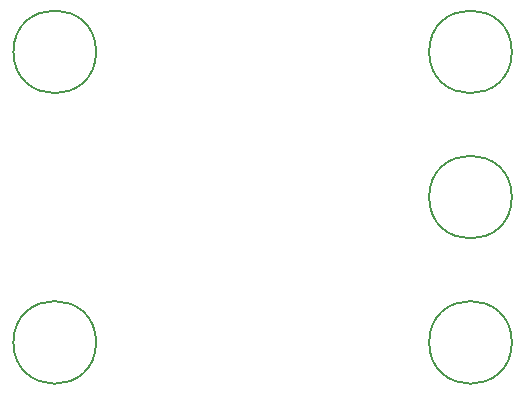
<source format=gbr>
%TF.GenerationSoftware,KiCad,Pcbnew,7.0.9*%
%TF.CreationDate,2024-04-09T01:08:52-04:00*%
%TF.ProjectId,WIRED_SHT40_revA3,57495245-445f-4534-9854-34305f726576,revA3*%
%TF.SameCoordinates,Original*%
%TF.FileFunction,Other,Comment*%
%FSLAX46Y46*%
G04 Gerber Fmt 4.6, Leading zero omitted, Abs format (unit mm)*
G04 Created by KiCad (PCBNEW 7.0.9) date 2024-04-09 01:08:52*
%MOMM*%
%LPD*%
G01*
G04 APERTURE LIST*
%ADD10C,0.150000*%
G04 APERTURE END LIST*
D10*
%TO.C,H2*%
X167100000Y-83600000D02*
G75*
G03*
X167100000Y-83600000I-3500000J0D01*
G01*
%TO.C,H1*%
X131900000Y-83600000D02*
G75*
G03*
X131900000Y-83600000I-3500000J0D01*
G01*
%TO.C,H3*%
X167100000Y-108200000D02*
G75*
G03*
X167100000Y-108200000I-3500000J0D01*
G01*
%TO.C,H4*%
X131900000Y-108200000D02*
G75*
G03*
X131900000Y-108200000I-3500000J0D01*
G01*
%TO.C,H5*%
X167100000Y-95900000D02*
G75*
G03*
X167100000Y-95900000I-3500000J0D01*
G01*
%TD*%
M02*

</source>
